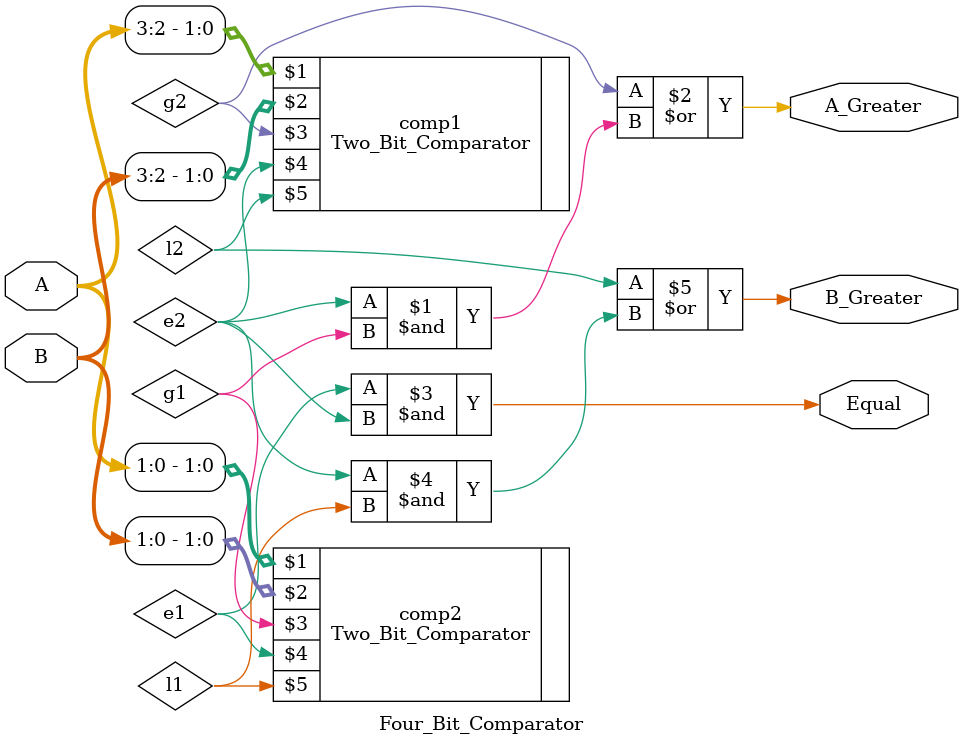
<source format=v>
/*
Instructions
-------------------
Students are not allowed to make any changes in the Module declaration.
This file is used to design 4 bit comparator.

Recommended Quartus Version : 19.1
The submitted project file must be 19.1 compatible as the evaluation will be done on Quartus Prime Lite 19.1.

Warning: The error due to compatibility will not be entertained.
			Do not make any changes to Test_Bench_Vector.txt file. Violating will result into Disqualification.
-------------------
*/

//4 bit comparator design
//Inputs  : A and B (4 bit)
//Outputs : A_Greater (A>B), Equal (A=B), B_Greater (A<B)

//////////////////DO NOT MAKE ANY CHANGES IN MODULE//////////////////
module Four_Bit_Comparator(
	input		[3:0]A,           //4-bit INPUT A
	input		[3:0]B,				//4-bit INPUT B				
	output	A_Greater,			//OUTPUT BIT A>B
	output	Equal,				//OUTPUT BIT A=B
	output	B_Greater			//OUTPUT BIT A<B
);

/*Hints
	1. Define wires.
	2. Instantiate Two_Bit_Comparator.v module and pass necessary signals.
		This needs to be done twice, first for lower two bits 
		and next for upper two bits.
	3. Output "Equal" of 4-bit comparator will be high if and only if:
		(Upper two bits of A = Upper two bits of B) AND (Lower two bits of A = Lower two bits of B). 
*/

////////////////////////WRITE YOUR CODE FROM HERE//////////////////// 
	
wire g1, g2, l1, l2, e1, e2;

Two_Bit_Comparator comp1(A[3:2], B[3:2], g2, e2, l2);
Two_Bit_Comparator comp2(A[1:0], B[1:0], g1, e1, l1);

assign A_Greater = (g2)|(e2&g1);
assign Equal = e1&e2;
assign B_Greater = (l2)|(e2&l1);

////////////////////////YOUR CODE ENDS HERE//////////////////////////
endmodule
///////////////////////////////MODULE ENDS///////////////////////////
</source>
